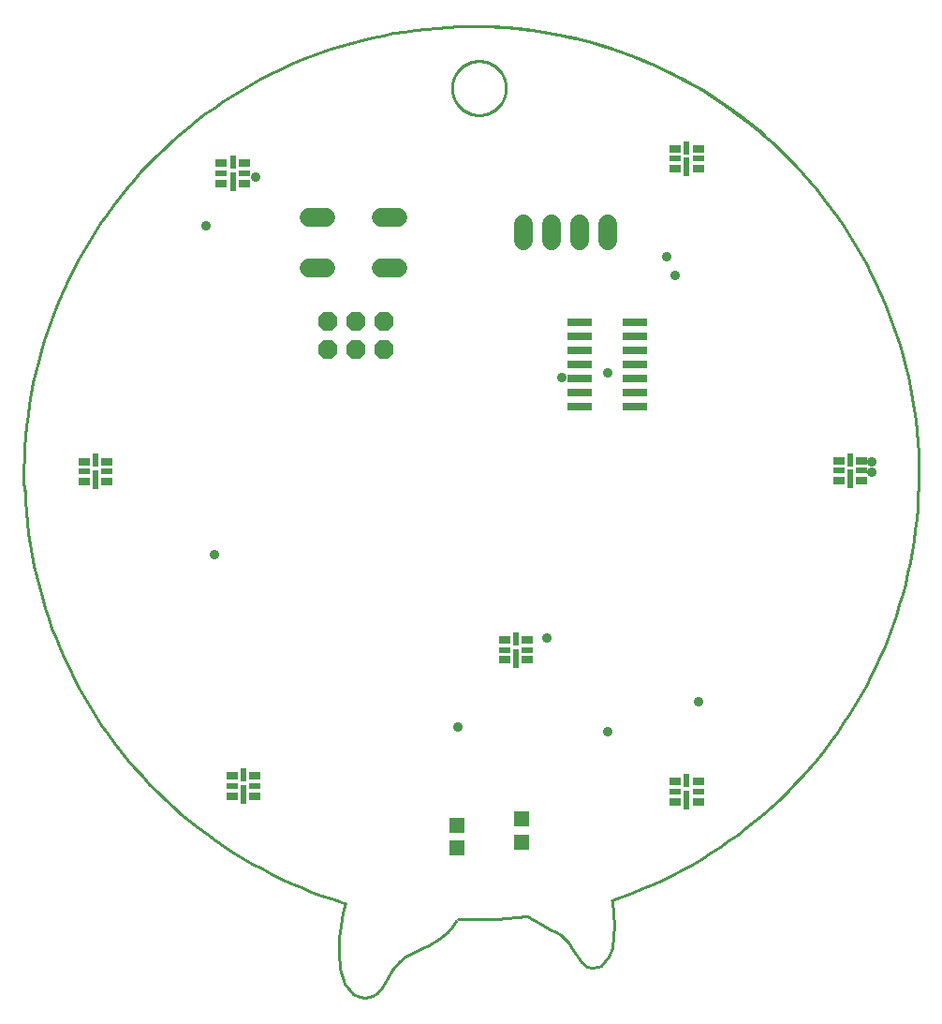
<source format=gts>
G75*
%MOIN*%
%OFA0B0*%
%FSLAX25Y25*%
%IPPOS*%
%LPD*%
%AMOC8*
5,1,8,0,0,1.08239X$1,22.5*
%
%ADD10C,0.01000*%
%ADD11R,0.08600X0.03000*%
%ADD12R,0.03950X0.02769*%
%ADD13R,0.03950X0.01981*%
%ADD14R,0.01981X0.04737*%
%ADD15R,0.01981X0.06706*%
%ADD16R,0.05524X0.05524*%
%ADD17OC8,0.06800*%
%ADD18C,0.06800*%
%ADD19C,0.03500*%
D10*
X0128781Y0013704D02*
X0125829Y0017395D01*
X0124106Y0022562D01*
X0123614Y0028714D01*
X0123860Y0033635D01*
X0124352Y0038064D01*
X0125090Y0042739D01*
X0126075Y0046184D01*
X0125336Y0046184D01*
X0145268Y0025269D02*
X0147482Y0026991D01*
X0149943Y0028468D01*
X0153388Y0030190D01*
X0155848Y0031174D01*
X0159293Y0033389D01*
X0162246Y0035604D01*
X0164214Y0037818D01*
X0165445Y0039787D01*
X0145268Y0025269D02*
X0142807Y0022316D01*
X0141085Y0019363D01*
X0139116Y0015919D01*
X0137394Y0014196D01*
X0135671Y0012966D01*
X0133210Y0012228D01*
X0130996Y0012720D01*
X0128781Y0013704D01*
X0190789Y0041263D02*
X0193004Y0040033D01*
X0195957Y0038310D01*
X0198663Y0036834D01*
X0201124Y0035604D01*
X0202846Y0034619D01*
X0205553Y0031913D01*
X0207029Y0029452D01*
X0209982Y0025023D01*
X0211951Y0023546D01*
X0213673Y0023054D01*
X0216134Y0023546D01*
X0217118Y0023793D01*
X0219579Y0026991D01*
X0221055Y0030190D01*
X0221547Y0034373D01*
X0221793Y0038064D01*
X0221547Y0042247D01*
X0221055Y0047169D01*
X0274943Y0319560D02*
X0272010Y0322021D01*
X0269019Y0324411D01*
X0265972Y0326729D01*
X0262869Y0328973D01*
X0259715Y0331142D01*
X0256509Y0333235D01*
X0253253Y0335251D01*
X0249951Y0337188D01*
X0246603Y0339045D01*
X0243211Y0340822D01*
X0239778Y0342517D01*
X0236306Y0344129D01*
X0232795Y0345657D01*
X0229250Y0347102D01*
X0225670Y0348460D01*
X0222059Y0349733D01*
X0218419Y0350919D01*
X0214751Y0352017D01*
X0211058Y0353027D01*
X0207342Y0353949D01*
X0203605Y0354781D01*
X0199849Y0355523D01*
X0196076Y0356176D01*
X0192289Y0356737D01*
X0188489Y0357208D01*
X0184679Y0357588D01*
X0180862Y0357877D01*
X0177038Y0358073D01*
X0173211Y0358179D01*
X0169382Y0358192D01*
X0163956Y0336046D02*
X0163959Y0336282D01*
X0163968Y0336517D01*
X0163982Y0336753D01*
X0164002Y0336988D01*
X0164028Y0337222D01*
X0164060Y0337456D01*
X0164097Y0337689D01*
X0164141Y0337921D01*
X0164189Y0338151D01*
X0164244Y0338381D01*
X0164304Y0338609D01*
X0164370Y0338835D01*
X0164441Y0339060D01*
X0164518Y0339283D01*
X0164600Y0339504D01*
X0164687Y0339723D01*
X0164780Y0339940D01*
X0164879Y0340154D01*
X0164982Y0340366D01*
X0165091Y0340576D01*
X0165204Y0340782D01*
X0165323Y0340986D01*
X0165447Y0341187D01*
X0165575Y0341384D01*
X0165709Y0341579D01*
X0165847Y0341770D01*
X0165990Y0341958D01*
X0166137Y0342142D01*
X0166289Y0342322D01*
X0166445Y0342499D01*
X0166606Y0342672D01*
X0166770Y0342841D01*
X0166939Y0343005D01*
X0167112Y0343166D01*
X0167289Y0343322D01*
X0167469Y0343474D01*
X0167653Y0343621D01*
X0167841Y0343764D01*
X0168032Y0343902D01*
X0168227Y0344036D01*
X0168424Y0344164D01*
X0168625Y0344288D01*
X0168829Y0344407D01*
X0169035Y0344520D01*
X0169245Y0344629D01*
X0169457Y0344732D01*
X0169671Y0344831D01*
X0169888Y0344924D01*
X0170107Y0345011D01*
X0170328Y0345093D01*
X0170551Y0345170D01*
X0170776Y0345241D01*
X0171002Y0345307D01*
X0171230Y0345367D01*
X0171460Y0345422D01*
X0171690Y0345470D01*
X0171922Y0345514D01*
X0172155Y0345551D01*
X0172389Y0345583D01*
X0172623Y0345609D01*
X0172858Y0345629D01*
X0173094Y0345643D01*
X0173329Y0345652D01*
X0173565Y0345655D01*
X0173801Y0345652D01*
X0174036Y0345643D01*
X0174272Y0345629D01*
X0174507Y0345609D01*
X0174741Y0345583D01*
X0174975Y0345551D01*
X0175208Y0345514D01*
X0175440Y0345470D01*
X0175670Y0345422D01*
X0175900Y0345367D01*
X0176128Y0345307D01*
X0176354Y0345241D01*
X0176579Y0345170D01*
X0176802Y0345093D01*
X0177023Y0345011D01*
X0177242Y0344924D01*
X0177459Y0344831D01*
X0177673Y0344732D01*
X0177885Y0344629D01*
X0178095Y0344520D01*
X0178301Y0344407D01*
X0178505Y0344288D01*
X0178706Y0344164D01*
X0178903Y0344036D01*
X0179098Y0343902D01*
X0179289Y0343764D01*
X0179477Y0343621D01*
X0179661Y0343474D01*
X0179841Y0343322D01*
X0180018Y0343166D01*
X0180191Y0343005D01*
X0180360Y0342841D01*
X0180524Y0342672D01*
X0180685Y0342499D01*
X0180841Y0342322D01*
X0180993Y0342142D01*
X0181140Y0341958D01*
X0181283Y0341770D01*
X0181421Y0341579D01*
X0181555Y0341384D01*
X0181683Y0341187D01*
X0181807Y0340986D01*
X0181926Y0340782D01*
X0182039Y0340576D01*
X0182148Y0340366D01*
X0182251Y0340154D01*
X0182350Y0339940D01*
X0182443Y0339723D01*
X0182530Y0339504D01*
X0182612Y0339283D01*
X0182689Y0339060D01*
X0182760Y0338835D01*
X0182826Y0338609D01*
X0182886Y0338381D01*
X0182941Y0338151D01*
X0182989Y0337921D01*
X0183033Y0337689D01*
X0183070Y0337456D01*
X0183102Y0337222D01*
X0183128Y0336988D01*
X0183148Y0336753D01*
X0183162Y0336517D01*
X0183171Y0336282D01*
X0183174Y0336046D01*
X0183171Y0335810D01*
X0183162Y0335575D01*
X0183148Y0335339D01*
X0183128Y0335104D01*
X0183102Y0334870D01*
X0183070Y0334636D01*
X0183033Y0334403D01*
X0182989Y0334171D01*
X0182941Y0333941D01*
X0182886Y0333711D01*
X0182826Y0333483D01*
X0182760Y0333257D01*
X0182689Y0333032D01*
X0182612Y0332809D01*
X0182530Y0332588D01*
X0182443Y0332369D01*
X0182350Y0332152D01*
X0182251Y0331938D01*
X0182148Y0331726D01*
X0182039Y0331516D01*
X0181926Y0331310D01*
X0181807Y0331106D01*
X0181683Y0330905D01*
X0181555Y0330708D01*
X0181421Y0330513D01*
X0181283Y0330322D01*
X0181140Y0330134D01*
X0180993Y0329950D01*
X0180841Y0329770D01*
X0180685Y0329593D01*
X0180524Y0329420D01*
X0180360Y0329251D01*
X0180191Y0329087D01*
X0180018Y0328926D01*
X0179841Y0328770D01*
X0179661Y0328618D01*
X0179477Y0328471D01*
X0179289Y0328328D01*
X0179098Y0328190D01*
X0178903Y0328056D01*
X0178706Y0327928D01*
X0178505Y0327804D01*
X0178301Y0327685D01*
X0178095Y0327572D01*
X0177885Y0327463D01*
X0177673Y0327360D01*
X0177459Y0327261D01*
X0177242Y0327168D01*
X0177023Y0327081D01*
X0176802Y0326999D01*
X0176579Y0326922D01*
X0176354Y0326851D01*
X0176128Y0326785D01*
X0175900Y0326725D01*
X0175670Y0326670D01*
X0175440Y0326622D01*
X0175208Y0326578D01*
X0174975Y0326541D01*
X0174741Y0326509D01*
X0174507Y0326483D01*
X0174272Y0326463D01*
X0174036Y0326449D01*
X0173801Y0326440D01*
X0173565Y0326437D01*
X0173329Y0326440D01*
X0173094Y0326449D01*
X0172858Y0326463D01*
X0172623Y0326483D01*
X0172389Y0326509D01*
X0172155Y0326541D01*
X0171922Y0326578D01*
X0171690Y0326622D01*
X0171460Y0326670D01*
X0171230Y0326725D01*
X0171002Y0326785D01*
X0170776Y0326851D01*
X0170551Y0326922D01*
X0170328Y0326999D01*
X0170107Y0327081D01*
X0169888Y0327168D01*
X0169671Y0327261D01*
X0169457Y0327360D01*
X0169245Y0327463D01*
X0169035Y0327572D01*
X0168829Y0327685D01*
X0168625Y0327804D01*
X0168424Y0327928D01*
X0168227Y0328056D01*
X0168032Y0328190D01*
X0167841Y0328328D01*
X0167653Y0328471D01*
X0167469Y0328618D01*
X0167289Y0328770D01*
X0167112Y0328926D01*
X0166939Y0329087D01*
X0166770Y0329251D01*
X0166606Y0329420D01*
X0166445Y0329593D01*
X0166289Y0329770D01*
X0166137Y0329950D01*
X0165990Y0330134D01*
X0165847Y0330322D01*
X0165709Y0330513D01*
X0165575Y0330708D01*
X0165447Y0330905D01*
X0165323Y0331106D01*
X0165204Y0331310D01*
X0165091Y0331516D01*
X0164982Y0331726D01*
X0164879Y0331938D01*
X0164780Y0332152D01*
X0164687Y0332369D01*
X0164600Y0332588D01*
X0164518Y0332809D01*
X0164441Y0333032D01*
X0164370Y0333257D01*
X0164304Y0333483D01*
X0164244Y0333711D01*
X0164189Y0333941D01*
X0164141Y0334171D01*
X0164097Y0334403D01*
X0164060Y0334636D01*
X0164028Y0334870D01*
X0164002Y0335104D01*
X0163982Y0335339D01*
X0163968Y0335575D01*
X0163959Y0335810D01*
X0163956Y0336046D01*
X0190543Y0041510D02*
X0187044Y0041101D01*
X0183537Y0040769D01*
X0180023Y0040515D01*
X0176504Y0040339D01*
X0172983Y0040241D01*
X0169460Y0040221D01*
X0165937Y0040280D01*
X0220809Y0047169D02*
X0224504Y0048447D01*
X0228165Y0049814D01*
X0231792Y0051272D01*
X0235383Y0052817D01*
X0238934Y0054451D01*
X0242445Y0056170D01*
X0245912Y0057975D01*
X0249334Y0059865D01*
X0252708Y0061837D01*
X0256034Y0063892D01*
X0259308Y0066028D01*
X0262528Y0068243D01*
X0265694Y0070536D01*
X0268802Y0072907D01*
X0271852Y0075352D01*
X0274840Y0077872D01*
X0277766Y0080464D01*
X0280628Y0083127D01*
X0283423Y0085859D01*
X0286151Y0088659D01*
X0288809Y0091525D01*
X0291397Y0094455D01*
X0293912Y0097447D01*
X0296352Y0100501D01*
X0298718Y0103613D01*
X0301006Y0106782D01*
X0303216Y0110006D01*
X0305346Y0113283D01*
X0307396Y0116612D01*
X0309363Y0119990D01*
X0311247Y0123415D01*
X0313047Y0126885D01*
X0314761Y0130398D01*
X0316388Y0133952D01*
X0317928Y0137545D01*
X0319379Y0141174D01*
X0320742Y0144838D01*
X0322014Y0148534D01*
X0323195Y0152261D01*
X0324284Y0156015D01*
X0325281Y0159794D01*
X0326185Y0163597D01*
X0326996Y0167421D01*
X0327713Y0171264D01*
X0328336Y0175123D01*
X0328864Y0178996D01*
X0329297Y0182881D01*
X0329634Y0186775D01*
X0329877Y0190677D01*
X0330023Y0194583D01*
X0330074Y0198491D01*
X0330029Y0202400D01*
X0329888Y0206306D01*
X0329652Y0210208D01*
X0329320Y0214103D01*
X0328893Y0217989D01*
X0328371Y0221863D01*
X0327754Y0225723D01*
X0327043Y0229566D01*
X0326238Y0233391D01*
X0325339Y0237196D01*
X0324348Y0240977D01*
X0323264Y0244732D01*
X0322088Y0248460D01*
X0320822Y0252158D01*
X0319465Y0255824D01*
X0318019Y0259456D01*
X0316485Y0263051D01*
X0314863Y0266608D01*
X0313154Y0270123D01*
X0311360Y0273596D01*
X0309481Y0277024D01*
X0307518Y0280405D01*
X0305474Y0283736D01*
X0303349Y0287017D01*
X0301143Y0290244D01*
X0298860Y0293417D01*
X0296499Y0296533D01*
X0294063Y0299590D01*
X0291553Y0302586D01*
X0288970Y0305520D01*
X0286316Y0308390D01*
X0283592Y0311194D01*
X0280801Y0313930D01*
X0277943Y0316597D01*
X0275021Y0319194D01*
X0272036Y0321718D01*
X0268991Y0324168D01*
X0265886Y0326543D01*
X0262724Y0328841D01*
X0259506Y0331061D01*
X0256236Y0333201D01*
X0252913Y0335261D01*
X0249542Y0337239D01*
X0246123Y0339134D01*
X0242658Y0340944D01*
X0239150Y0342669D01*
X0235601Y0344307D01*
X0232013Y0345858D01*
X0228388Y0347321D01*
X0224729Y0348694D01*
X0221036Y0349978D01*
X0217314Y0351170D01*
X0213563Y0352271D01*
X0209787Y0353280D01*
X0205987Y0354196D01*
X0202165Y0355019D01*
X0198325Y0355748D01*
X0194468Y0356383D01*
X0190596Y0356922D01*
X0186713Y0357367D01*
X0182819Y0357717D01*
X0178919Y0357971D01*
X0175013Y0358130D01*
X0171105Y0358193D01*
X0170120Y0357947D02*
X0166250Y0357890D01*
X0162382Y0357740D01*
X0158519Y0357496D01*
X0154663Y0357157D01*
X0150817Y0356725D01*
X0146982Y0356199D01*
X0143161Y0355580D01*
X0139356Y0354868D01*
X0135570Y0354064D01*
X0131805Y0353167D01*
X0128062Y0352180D01*
X0124345Y0351101D01*
X0120655Y0349933D01*
X0116994Y0348674D01*
X0113366Y0347327D01*
X0109771Y0345892D01*
X0106212Y0344370D01*
X0102691Y0342762D01*
X0099211Y0341069D01*
X0095772Y0339291D01*
X0092378Y0337430D01*
X0089031Y0335487D01*
X0085731Y0333463D01*
X0082482Y0331359D01*
X0079285Y0329177D01*
X0076143Y0326918D01*
X0073056Y0324583D01*
X0070027Y0322173D01*
X0067057Y0319690D01*
X0064149Y0317136D01*
X0061304Y0314512D01*
X0058523Y0311819D01*
X0055809Y0309059D01*
X0053163Y0306234D01*
X0050587Y0303346D01*
X0048081Y0300395D01*
X0045649Y0297384D01*
X0043290Y0294316D01*
X0041007Y0291190D01*
X0038800Y0288010D01*
X0036672Y0284777D01*
X0034623Y0281493D01*
X0032654Y0278161D01*
X0030767Y0274781D01*
X0028963Y0271356D01*
X0027243Y0267889D01*
X0025608Y0264380D01*
X0024059Y0260833D01*
X0022597Y0257250D01*
X0021222Y0253631D01*
X0019936Y0249980D01*
X0018739Y0246300D01*
X0017632Y0242591D01*
X0016616Y0238856D01*
X0015691Y0235097D01*
X0014858Y0231317D01*
X0014117Y0227518D01*
X0013468Y0223702D01*
X0012913Y0219871D01*
X0012452Y0216028D01*
X0012084Y0212175D01*
X0011810Y0208314D01*
X0011630Y0204448D01*
X0011544Y0200578D01*
X0011552Y0196708D01*
X0011655Y0192838D01*
X0011901Y0193083D02*
X0012085Y0189214D01*
X0012364Y0185351D01*
X0012736Y0181495D01*
X0013202Y0177650D01*
X0013761Y0173817D01*
X0014414Y0169999D01*
X0015159Y0166197D01*
X0015997Y0162416D01*
X0016926Y0158655D01*
X0017947Y0154919D01*
X0019058Y0151208D01*
X0020260Y0147525D01*
X0021550Y0143873D01*
X0022930Y0140253D01*
X0024397Y0136668D01*
X0025951Y0133120D01*
X0027590Y0129611D01*
X0029315Y0126143D01*
X0031124Y0122717D01*
X0033015Y0119337D01*
X0034989Y0116004D01*
X0037043Y0112719D01*
X0039176Y0109486D01*
X0041387Y0106306D01*
X0043675Y0103180D01*
X0046039Y0100111D01*
X0048476Y0097101D01*
X0050986Y0094151D01*
X0053567Y0091262D01*
X0056218Y0088438D01*
X0058937Y0085679D01*
X0061722Y0082987D01*
X0064572Y0080363D01*
X0067484Y0077810D01*
X0070459Y0075328D01*
X0073492Y0072919D01*
X0076584Y0070585D01*
X0079731Y0068327D01*
X0082932Y0066147D01*
X0086186Y0064044D01*
X0089490Y0062022D01*
X0092842Y0060081D01*
X0096240Y0058222D01*
X0099682Y0056446D01*
X0103167Y0054754D01*
X0106692Y0053148D01*
X0110255Y0051629D01*
X0113854Y0050196D01*
X0117486Y0048851D01*
X0121151Y0047596D01*
X0124845Y0046429D01*
D11*
X0209514Y0222867D03*
X0209514Y0227867D03*
X0209514Y0232867D03*
X0209514Y0237867D03*
X0209514Y0242867D03*
X0209514Y0247867D03*
X0209514Y0252867D03*
X0228914Y0252867D03*
X0228914Y0247867D03*
X0228914Y0242867D03*
X0228914Y0237867D03*
X0228914Y0232867D03*
X0228914Y0227867D03*
X0228914Y0222867D03*
D12*
X0085563Y0084167D03*
X0085563Y0091253D03*
X0093831Y0091253D03*
X0093831Y0084167D03*
X0182590Y0132582D03*
X0182590Y0139669D03*
X0190858Y0139669D03*
X0190858Y0132582D03*
X0243289Y0089285D03*
X0243289Y0082198D03*
X0251557Y0082198D03*
X0251557Y0089285D03*
X0301606Y0196371D03*
X0301606Y0203458D03*
X0309874Y0203458D03*
X0309874Y0196371D03*
X0251557Y0307346D03*
X0251557Y0314432D03*
X0243289Y0314432D03*
X0243289Y0307346D03*
X0090140Y0309265D03*
X0090140Y0302178D03*
X0081872Y0302178D03*
X0081872Y0309265D03*
X0041173Y0203212D03*
X0041173Y0196125D03*
X0032905Y0196125D03*
X0032905Y0203212D03*
D13*
X0032905Y0199669D03*
X0041173Y0199669D03*
X0081872Y0305722D03*
X0090140Y0305722D03*
X0243289Y0310889D03*
X0251557Y0310889D03*
X0301606Y0199915D03*
X0309874Y0199915D03*
X0251557Y0085741D03*
X0243289Y0085741D03*
X0190858Y0136125D03*
X0182590Y0136125D03*
X0093831Y0087710D03*
X0085563Y0087710D03*
D14*
X0089697Y0091647D03*
X0186724Y0140062D03*
X0247423Y0089678D03*
X0305740Y0203852D03*
X0247423Y0314826D03*
X0086006Y0309659D03*
X0037039Y0203606D03*
D15*
X0037039Y0196716D03*
X0086006Y0302769D03*
X0186724Y0133172D03*
X0247423Y0082789D03*
X0305740Y0196962D03*
X0247423Y0307936D03*
X0089697Y0084757D03*
D16*
X0165730Y0073881D03*
X0165730Y0065613D03*
X0188614Y0067828D03*
X0188614Y0076096D03*
D17*
X0139559Y0242897D03*
X0139559Y0252897D03*
X0129559Y0252897D03*
X0129559Y0242897D03*
X0119559Y0242897D03*
X0119559Y0252897D03*
D18*
X0119129Y0272127D02*
X0113129Y0272127D01*
X0113129Y0289927D02*
X0119129Y0289927D01*
X0138729Y0289927D02*
X0144729Y0289927D01*
X0144729Y0272127D02*
X0138729Y0272127D01*
X0189362Y0281806D02*
X0189362Y0287806D01*
X0199362Y0287806D02*
X0199362Y0281806D01*
X0209362Y0281806D02*
X0209362Y0287806D01*
X0219362Y0287806D02*
X0219362Y0281806D01*
D19*
X0240289Y0276123D03*
X0243289Y0269523D03*
X0219289Y0234723D03*
X0203089Y0232923D03*
X0197689Y0140523D03*
X0219289Y0106923D03*
X0251689Y0117723D03*
X0313489Y0199323D03*
X0313489Y0202923D03*
X0165889Y0108723D03*
X0079489Y0169923D03*
X0076489Y0286923D03*
X0093889Y0304323D03*
M02*

</source>
